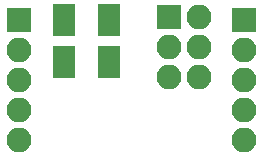
<source format=gbr>
G04 #@! TF.GenerationSoftware,KiCad,Pcbnew,5.0.0*
G04 #@! TF.CreationDate,2018-11-11T14:42:04-05:00*
G04 #@! TF.ProjectId,Barometer-Pi-Module,4261726F6D657465722D50692D4D6F64,rev?*
G04 #@! TF.SameCoordinates,Original*
G04 #@! TF.FileFunction,Soldermask,Bot*
G04 #@! TF.FilePolarity,Negative*
%FSLAX46Y46*%
G04 Gerber Fmt 4.6, Leading zero omitted, Abs format (unit mm)*
G04 Created by KiCad (PCBNEW 5.0.0) date Sun Nov 11 14:42:04 2018*
%MOMM*%
%LPD*%
G01*
G04 APERTURE LIST*
%ADD10R,2.100000X2.100000*%
%ADD11O,2.100000X2.100000*%
%ADD12R,1.900000X1.400000*%
G04 APERTURE END LIST*
D10*
G04 #@! TO.C,J2*
X195580000Y-81026000D03*
D11*
X198120000Y-81026000D03*
X195580000Y-83566000D03*
X198120000Y-83566000D03*
X195580000Y-86106000D03*
X198120000Y-86106000D03*
G04 #@! TD*
D12*
G04 #@! TO.C,JP6*
X190500000Y-85486000D03*
X190500000Y-84186000D03*
G04 #@! TD*
G04 #@! TO.C,JP5*
X186690000Y-84186000D03*
X186690000Y-85486000D03*
G04 #@! TD*
G04 #@! TO.C,JP4*
X190500000Y-81930000D03*
X190500000Y-80630000D03*
G04 #@! TD*
G04 #@! TO.C,JP3*
X186690000Y-80630000D03*
X186690000Y-81930000D03*
G04 #@! TD*
D11*
G04 #@! TO.C,J4*
X201930000Y-91440000D03*
X201930000Y-88900000D03*
X201930000Y-86360000D03*
X201930000Y-83820000D03*
D10*
X201930000Y-81280000D03*
G04 #@! TD*
D11*
G04 #@! TO.C,J1*
X182880000Y-91440000D03*
X182880000Y-88900000D03*
X182880000Y-86360000D03*
X182880000Y-83820000D03*
D10*
X182880000Y-81280000D03*
G04 #@! TD*
M02*

</source>
